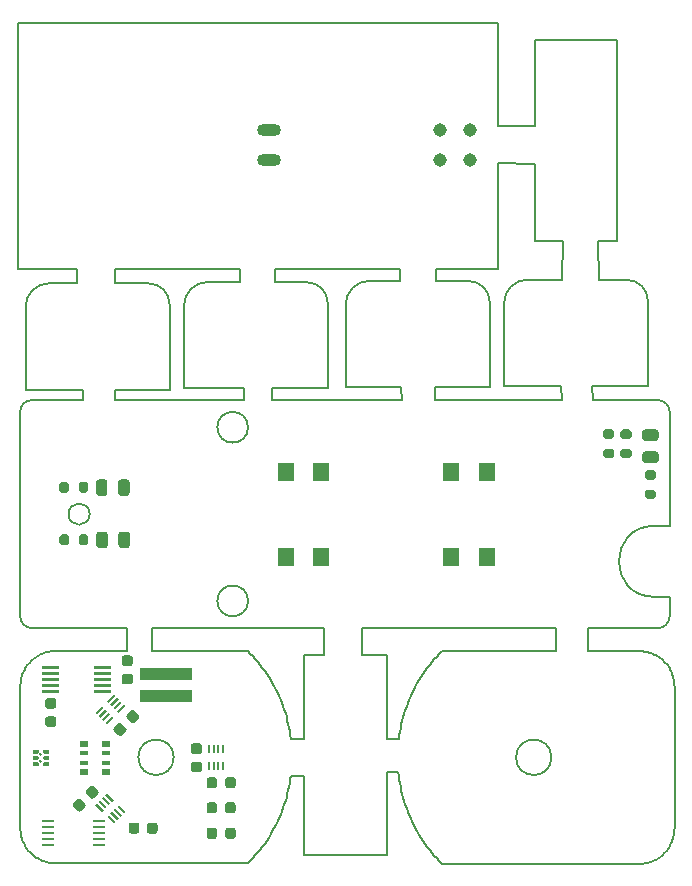
<source format=gbr>
%TF.GenerationSoftware,KiCad,Pcbnew,(5.1.10)-1*%
%TF.CreationDate,2021-10-06T18:17:39-05:00*%
%TF.ProjectId,BYTE_PANELkicad_pcb,42595445-5f50-4414-9e45-4c6b69636164,v2.2*%
%TF.SameCoordinates,Original*%
%TF.FileFunction,Paste,Bot*%
%TF.FilePolarity,Positive*%
%FSLAX46Y46*%
G04 Gerber Fmt 4.6, Leading zero omitted, Abs format (unit mm)*
G04 Created by KiCad (PCBNEW (5.1.10)-1) date 2021-10-06 18:17:39*
%MOMM*%
%LPD*%
G01*
G04 APERTURE LIST*
%TA.AperFunction,Profile*%
%ADD10C,0.200000*%
%TD*%
%ADD11C,0.100000*%
%ADD12R,1.400000X1.600000*%
%ADD13R,0.304800X0.203200*%
%ADD14R,4.400000X1.000000*%
%ADD15R,0.800000X0.500000*%
%ADD16R,0.800000X0.400000*%
%ADD17R,1.100000X0.250000*%
%ADD18R,0.200000X0.800000*%
%ADD19C,1.143000*%
%ADD20O,2.032000X1.016000*%
G04 APERTURE END LIST*
D10*
X168690379Y-96462228D02*
X169130379Y-96462228D01*
X148898100Y-64072180D02*
X148888100Y-65112180D01*
X151918100Y-64072180D02*
X151938100Y-65112180D01*
X145638100Y-94510004D02*
X145638100Y-96762180D01*
X142458100Y-96762180D02*
X142458100Y-94510004D01*
X145638100Y-96762180D02*
X147788100Y-96762180D01*
X162068100Y-94510004D02*
X145638100Y-94510004D01*
X147788100Y-96762180D02*
X147788100Y-103892180D01*
X140778100Y-103872180D02*
X140798100Y-96762180D01*
X157156100Y-55162180D02*
X160298100Y-55182180D01*
X160298100Y-51992180D02*
X157158100Y-51992180D01*
X160298100Y-61762180D02*
X160298100Y-55182180D01*
X157156100Y-43242180D02*
X157158100Y-51992180D01*
X162658100Y-61762180D02*
X162578100Y-65012180D01*
X165708100Y-65012180D02*
X165648100Y-61762180D01*
X167298100Y-61762180D02*
X165648100Y-61762180D01*
X168087294Y-65021970D02*
X165708100Y-65012180D01*
X154687294Y-65121970D02*
X151938100Y-65112180D01*
X157156100Y-64070180D02*
X151918100Y-64072180D01*
X162658100Y-61762180D02*
X160298100Y-61762180D01*
X160298100Y-51992180D02*
X160298100Y-44762180D01*
X160298100Y-44762180D02*
X167298100Y-44762180D01*
X167298100Y-44762180D02*
X167298100Y-61762180D01*
X147798100Y-106722180D02*
X147798100Y-113762180D01*
X140798100Y-96762180D02*
X142458100Y-96762180D01*
X140798100Y-113762180D02*
X140798100Y-107012180D01*
X147798100Y-113762180D02*
X140798100Y-113762180D01*
X138338100Y-65222180D02*
X138338100Y-64072180D01*
X135318100Y-64070180D02*
X135318100Y-65212180D01*
X135318100Y-65212180D02*
X132588100Y-65212180D01*
X148898100Y-64072180D02*
X138338100Y-64072180D01*
X124748100Y-64070180D02*
X124738100Y-65322180D01*
X121508100Y-65312180D02*
X121528100Y-64070180D01*
X135318100Y-64070180D02*
X124748100Y-64070180D01*
X127587294Y-65321970D02*
X124738100Y-65322180D01*
X162558100Y-74012180D02*
X162588100Y-75210004D01*
X165188100Y-75202180D02*
X165178100Y-74002180D01*
X165178100Y-74002180D02*
X169888100Y-74012180D01*
X165190000Y-75200004D02*
X170720000Y-75210004D01*
X151848100Y-74112180D02*
X151828100Y-75210004D01*
X149018100Y-75210004D02*
X149008100Y-74112180D01*
X151828100Y-75210004D02*
X162588100Y-75210004D01*
X151848100Y-74112180D02*
X156488100Y-74112180D01*
X138088100Y-74212180D02*
X138078100Y-75210004D01*
X135658100Y-74212180D02*
X135678100Y-75210004D01*
X138078100Y-75210004D02*
X149018100Y-75210004D01*
X130588100Y-74212180D02*
X135658100Y-74212180D01*
X122048100Y-75210004D02*
X122038100Y-74312180D01*
X124798100Y-75210004D02*
X124778100Y-74312180D01*
X124798100Y-75210004D02*
X135678100Y-75210004D01*
X124778100Y-74312180D02*
X129388100Y-74312180D01*
X169888100Y-74012180D02*
X169878310Y-66814500D01*
X157688100Y-74012180D02*
X157688100Y-67012180D01*
X157688100Y-74012180D02*
X162558100Y-74012180D01*
X157688100Y-67012180D02*
G75*
G02*
X159688100Y-65012180I2000000J0D01*
G01*
X168087294Y-65021969D02*
G75*
G02*
X169878309Y-66814499I806J-1790211D01*
G01*
X162578100Y-65012180D02*
X159688100Y-65012180D01*
X144288100Y-74112180D02*
X149008100Y-74112180D01*
X154687294Y-65121969D02*
G75*
G02*
X156478309Y-66914499I806J-1790211D01*
G01*
X156488100Y-74112180D02*
X156478310Y-66914500D01*
X148888100Y-65112180D02*
X146288100Y-65112180D01*
X144288100Y-67112180D02*
G75*
G02*
X146288100Y-65112180I2000000J0D01*
G01*
X144288100Y-74112180D02*
X144288100Y-67112180D01*
X138088100Y-74212180D02*
X142788100Y-74212180D01*
X140987294Y-65221969D02*
G75*
G02*
X142778309Y-67014499I806J-1790211D01*
G01*
X142788100Y-74212180D02*
X142778310Y-67014500D01*
X140985780Y-65221970D02*
X138338100Y-65222180D01*
X130588100Y-67212180D02*
G75*
G02*
X132588100Y-65212180I2000000J0D01*
G01*
X130588100Y-74212180D02*
X130588100Y-67212180D01*
X162068100Y-94510004D02*
X162068100Y-96462228D01*
X164768100Y-94510004D02*
X164768100Y-96462228D01*
X142458100Y-94510004D02*
X127868100Y-94510004D01*
X162068100Y-96462228D02*
X152439691Y-96462228D01*
X125768100Y-94510004D02*
X125768100Y-96442180D01*
X127868100Y-96442180D02*
X127868100Y-94510004D01*
X170720000Y-94510004D02*
X164768100Y-94510004D01*
X135996509Y-96442180D02*
X127868100Y-96442180D01*
X121508100Y-65312180D02*
X119188100Y-65312180D01*
X117188100Y-74312180D02*
X122038100Y-74312180D01*
X129388100Y-74312180D02*
X129378310Y-67114500D01*
X117188100Y-67312180D02*
G75*
G02*
X119188100Y-65312180I2000000J0D01*
G01*
X127587294Y-65321969D02*
G75*
G02*
X129378309Y-67114499I806J-1790211D01*
G01*
X117188100Y-74312180D02*
X117188100Y-67312180D01*
X149664215Y-100587209D02*
X149547799Y-100875525D01*
X149788569Y-100301830D02*
X149664215Y-100587209D01*
X151018880Y-98140002D02*
X150841610Y-98397203D01*
X148785800Y-103890832D02*
X147788100Y-103892180D01*
X147798100Y-106722180D02*
X148751404Y-106721733D01*
X149338778Y-101460413D02*
X149243528Y-101756746D01*
X150669631Y-98658399D02*
X150505589Y-98923432D01*
X148830779Y-103580469D02*
X148785800Y-103890832D01*
X151791463Y-97153663D02*
X151587734Y-97393613D01*
X148785800Y-107033576D02*
X148830779Y-107343939D01*
X149547799Y-100875525D02*
X149439320Y-101166646D01*
X150505589Y-98923432D02*
X150349485Y-99192195D01*
X149076841Y-102356449D02*
X149002758Y-102659582D01*
X149243528Y-101756746D02*
X149156216Y-102055460D01*
X151391942Y-97638088D02*
X151201443Y-97886928D01*
X168690379Y-96462228D02*
X164768100Y-96462228D01*
X169426712Y-96476886D02*
X169278545Y-96465906D01*
X151587734Y-97393613D02*
X151391942Y-97638088D01*
X152439691Y-96462228D02*
X152217441Y-96687838D01*
X149664215Y-110337199D02*
X149788569Y-110622578D01*
X149918215Y-110904914D02*
X150053152Y-111184049D01*
X149076841Y-108567959D02*
X149156216Y-108868948D01*
X149243528Y-109167662D02*
X149338778Y-109463995D01*
X149156216Y-108868948D02*
X149243528Y-109167662D01*
X149002758Y-108264826D02*
X149076841Y-108567959D01*
X150198673Y-111459851D02*
X150349485Y-111732213D01*
X149788569Y-110622578D02*
X149918215Y-110904914D01*
X170000857Y-114332508D02*
X170141086Y-114286523D01*
X148936612Y-102964707D02*
X148881050Y-103271716D01*
X169717753Y-114404025D02*
X169860628Y-114371719D01*
X170670252Y-114036598D02*
X170794606Y-113958149D01*
X149439320Y-109757762D02*
X149547799Y-110048883D01*
X149547799Y-110048883D02*
X149664215Y-110337199D01*
X170410961Y-114174552D02*
X170540606Y-114108776D01*
X169572233Y-114429319D02*
X169717753Y-114404025D01*
X149338778Y-109463995D02*
X149439320Y-109757762D01*
X170913668Y-113873536D02*
X171030085Y-113782810D01*
X169278545Y-114458502D02*
X169426712Y-114447522D01*
X148881050Y-107652692D02*
X148936612Y-107959701D01*
X150053152Y-111184049D02*
X150198673Y-111459851D01*
X172038146Y-112193460D02*
X172069896Y-112050188D01*
X148936612Y-107959701D02*
X149002758Y-108264826D01*
X149918215Y-100019494D02*
X149788569Y-100301830D01*
X170141086Y-96637885D02*
X170000857Y-96591900D01*
X152000483Y-96918369D02*
X151791463Y-97153663D01*
X148881050Y-103271716D02*
X148830779Y-103580469D01*
X150198673Y-99464557D02*
X150053152Y-99740359D01*
X169278545Y-96465906D02*
X169130379Y-96462228D01*
X152217441Y-96687838D02*
X152000483Y-96918369D01*
X172038146Y-98730948D02*
X171998459Y-98589713D01*
X150841610Y-98397203D02*
X150669631Y-98658399D01*
X171900563Y-98314150D02*
X171842355Y-98180351D01*
X151201443Y-97886928D02*
X151018880Y-98140002D01*
X150053152Y-99740359D02*
X149918215Y-100019494D01*
X148751404Y-106721733D02*
X148785800Y-107033576D01*
X149002758Y-102659582D02*
X148936612Y-102964707D01*
X149439320Y-101166646D02*
X149338778Y-101460413D01*
X150349485Y-99192195D02*
X150198673Y-99464557D01*
X170276023Y-96690563D02*
X170141086Y-96637885D01*
X148830779Y-107343939D02*
X148881050Y-107652692D01*
X149156216Y-102055460D02*
X149076841Y-102356449D01*
X172125459Y-99313454D02*
X172114875Y-99165711D01*
X170141086Y-114286523D02*
X170276023Y-114233845D01*
X152000483Y-114006039D02*
X152217441Y-114236570D01*
X151587734Y-113530795D02*
X151791463Y-113770745D01*
X151018880Y-112784406D02*
X151201443Y-113037480D01*
X171625397Y-113126591D02*
X171704772Y-113002476D01*
X171998459Y-112334695D02*
X172038146Y-112193460D01*
X171842355Y-112744057D02*
X171900563Y-112610258D01*
X150841610Y-112527205D02*
X151018880Y-112784406D01*
X150349485Y-111732213D02*
X150505589Y-112000976D01*
X169426712Y-114447522D02*
X169572233Y-114429319D01*
X170540606Y-114108776D02*
X170670252Y-114036598D01*
X150505589Y-112000976D02*
X150669631Y-112266009D01*
X172125459Y-111610954D02*
X172128104Y-111462206D01*
X161707278Y-105453754D02*
G75*
G03*
X161707278Y-105453754I-1500000J0D01*
G01*
X152217441Y-114236570D02*
X152439691Y-114462180D01*
X172096354Y-111905197D02*
X172114875Y-111758697D01*
X171030085Y-113782810D02*
X171143856Y-113686105D01*
X172069896Y-112050188D02*
X172096354Y-111905197D01*
X171540730Y-113247003D02*
X171625397Y-113126591D01*
X150669631Y-112266009D02*
X150841610Y-112527205D01*
X172114875Y-111758697D02*
X172125459Y-111610954D01*
X171776209Y-112874867D02*
X171842355Y-112744057D01*
X170276023Y-114233845D02*
X170410961Y-114174552D01*
X170670252Y-96887810D02*
X170540606Y-96815632D01*
X169572233Y-96495089D02*
X169426712Y-96476886D01*
X172128104Y-99462202D02*
X172125459Y-99313454D01*
X170410961Y-96749856D02*
X170276023Y-96690563D01*
X171450772Y-97560935D02*
X171352876Y-97448699D01*
X171704772Y-97921932D02*
X171625397Y-97797817D01*
X170913668Y-97050872D02*
X170794606Y-96966259D01*
X170000857Y-96591900D02*
X169860628Y-96552689D01*
X172114875Y-99165711D02*
X172096354Y-99019211D01*
X171625397Y-97797817D02*
X171540730Y-97677405D01*
X169717753Y-96520383D02*
X169572233Y-96495089D01*
X169130379Y-114462180D02*
X169278545Y-114458502D01*
X151391942Y-113286320D02*
X151587734Y-113530795D01*
X169860628Y-114371719D02*
X170000857Y-114332508D01*
X151791463Y-113770745D02*
X152000483Y-114006039D01*
X171900563Y-112610258D02*
X171953480Y-112473706D01*
X171450772Y-113363473D02*
X171540730Y-113247003D01*
X171143856Y-113686105D02*
X171249689Y-113583525D01*
X171953480Y-112473706D02*
X171998459Y-112334695D01*
X151201443Y-113037480D02*
X151391942Y-113286320D01*
X171352876Y-113475709D02*
X171450772Y-113363473D01*
X152439691Y-114462180D02*
X169130379Y-114462180D01*
X170794606Y-113958149D02*
X170913668Y-113873536D01*
X171704772Y-113002476D02*
X171776209Y-112874867D01*
X171249689Y-113583525D02*
X171352876Y-113475709D01*
X171842355Y-98180351D02*
X171776209Y-98049541D01*
X171143856Y-97238303D02*
X171030085Y-97141598D01*
X169860628Y-96552689D02*
X169717753Y-96520383D01*
X171776209Y-98049541D02*
X171704772Y-97921932D01*
X170794606Y-96966259D02*
X170670252Y-96887810D01*
X172069896Y-98874220D02*
X172038146Y-98730948D01*
X172128104Y-111462206D02*
X172128104Y-99462202D01*
X171352876Y-97448699D02*
X171249689Y-97340883D01*
X171249689Y-97340883D02*
X171143856Y-97238303D01*
X171030085Y-97141598D02*
X170913668Y-97050872D01*
X172096354Y-99019211D02*
X172069896Y-98874220D01*
X170540606Y-96815632D02*
X170410961Y-96749856D01*
X171998459Y-98589713D02*
X171953480Y-98450702D01*
X171540730Y-97677405D02*
X171450772Y-97560935D01*
X171953480Y-98450702D02*
X171900563Y-98314150D01*
X117720000Y-94510004D02*
G75*
G02*
X116720000Y-93510004I0J1000000D01*
G01*
X170720000Y-75210004D02*
G75*
G02*
X171720000Y-76210004I0J-1000000D01*
G01*
X170420000Y-91860004D02*
X171720000Y-91860004D01*
X125768100Y-94510004D02*
X117720000Y-94510004D01*
X116720000Y-76210004D02*
G75*
G02*
X117720000Y-75210004I1000000J0D01*
G01*
X122620000Y-84860004D02*
G75*
G03*
X122620000Y-84860004I-900000J0D01*
G01*
X136020001Y-77510004D02*
G75*
G03*
X136020001Y-77510004I-1300001J0D01*
G01*
X170420000Y-91860004D02*
G75*
G02*
X170420000Y-85860004I0J3000000D01*
G01*
X136020001Y-92210004D02*
G75*
G03*
X136020001Y-92210004I-1300001J0D01*
G01*
X171720000Y-91860004D02*
X171720000Y-93510004D01*
X171720000Y-93510004D02*
G75*
G02*
X170720000Y-94510004I-1000000J0D01*
G01*
X116720000Y-93510004D02*
X116720000Y-76210004D01*
X171720000Y-85860004D02*
X170420000Y-85860004D01*
X117720000Y-75210004D02*
X122048100Y-75210004D01*
X171720000Y-76210004D02*
X171720000Y-85860004D01*
X116748096Y-99442154D02*
X116748096Y-111442158D01*
X116806304Y-112030140D02*
X116838054Y-112173412D01*
X118081594Y-113938101D02*
X118205948Y-114016550D01*
X119015572Y-114351671D02*
X119158447Y-114383977D01*
X117099991Y-112854819D02*
X117171428Y-112982428D01*
X117732344Y-113666057D02*
X117846115Y-113762762D01*
X117033845Y-112724009D02*
X117099991Y-112854819D01*
X117962532Y-113853488D02*
X118081594Y-113938101D01*
X116761325Y-111738649D02*
X116779846Y-111885149D01*
X117250803Y-113106543D02*
X117335470Y-113226955D01*
X119158447Y-114383977D02*
X119303967Y-114409271D01*
X118205948Y-114016550D02*
X118335594Y-114088728D01*
X117171428Y-112982428D02*
X117250803Y-113106543D01*
X118875343Y-114312460D02*
X119015572Y-114351671D01*
X117425428Y-113343425D02*
X117523324Y-113455661D01*
X118465239Y-114154504D02*
X118600177Y-114213797D01*
X116748096Y-111442158D02*
X116750741Y-111590906D01*
X119303967Y-114409271D02*
X119449488Y-114427474D01*
X116922720Y-112453658D02*
X116975637Y-112590210D01*
X117335470Y-113226955D02*
X117425428Y-113343425D01*
X116877741Y-112314647D02*
X116922720Y-112453658D01*
X118335594Y-114088728D02*
X118465239Y-114154504D01*
X116779846Y-111885149D02*
X116806304Y-112030140D01*
X117846115Y-113762762D02*
X117962532Y-113853488D01*
X117626511Y-113563477D02*
X117732344Y-113666057D01*
X117523324Y-113455661D02*
X117626511Y-113563477D01*
X116750741Y-111590906D02*
X116761325Y-111738649D01*
X116975637Y-112590210D02*
X117033845Y-112724009D01*
X118735114Y-114266475D02*
X118875343Y-114312460D01*
X116838054Y-112173412D02*
X116877741Y-112314647D01*
X118600177Y-114213797D02*
X118735114Y-114266475D01*
X119597655Y-114438454D02*
X119745821Y-114442132D01*
X139555150Y-107632644D02*
X139605421Y-107323891D01*
X136218759Y-114216522D02*
X136435717Y-113985991D01*
X136435717Y-113985991D02*
X136644737Y-113750697D01*
X137234757Y-113017432D02*
X137417320Y-112764358D01*
X137594590Y-112507157D02*
X137766569Y-112245961D01*
X138086715Y-111712165D02*
X138237527Y-111439803D01*
X138237527Y-111439803D02*
X138383048Y-111164001D01*
X138517985Y-110884866D02*
X138647631Y-110602530D01*
X139279984Y-108848900D02*
X139359359Y-108547911D01*
X138996880Y-109737714D02*
X139097422Y-109443947D01*
X139433442Y-108244778D02*
X139499588Y-107939653D01*
X139605421Y-103560421D02*
X139555150Y-103251668D01*
X140778100Y-103872180D02*
X139650400Y-103870784D01*
X138383048Y-111164001D02*
X138517985Y-110884866D01*
X139097422Y-109443947D02*
X139192672Y-109147614D01*
X139650400Y-107013528D02*
X140798100Y-107012180D01*
X139359359Y-108547911D02*
X139433442Y-108244778D01*
X135996509Y-114442132D02*
X136218759Y-114216522D01*
X136644737Y-113750697D02*
X136848466Y-113510747D01*
X136848466Y-113510747D02*
X137044258Y-113266272D01*
X137417320Y-112764358D02*
X137594590Y-112507157D01*
X138647631Y-110602530D02*
X138771985Y-110317151D01*
X138771985Y-110317151D02*
X138888401Y-110028835D01*
X119449488Y-114427474D02*
X119597655Y-114438454D01*
X119745821Y-114442132D02*
X135996509Y-114442132D01*
X137044258Y-113266272D02*
X137234757Y-113017432D01*
X137930611Y-111980928D02*
X138086715Y-111712165D01*
X139192672Y-109147614D02*
X139279984Y-108848900D01*
X139650400Y-103870784D02*
X139605421Y-103560421D01*
X138888401Y-110028835D02*
X138996880Y-109737714D01*
X139605421Y-107323891D02*
X139650400Y-107013528D01*
X137766569Y-112245961D02*
X137930611Y-111980928D01*
X139499588Y-107939653D02*
X139555150Y-107632644D01*
X139279984Y-102035412D02*
X139192672Y-101736698D01*
X138647631Y-100281782D02*
X138517985Y-99999446D01*
X138237527Y-99444509D02*
X138086715Y-99172147D01*
X139555150Y-103251668D02*
X139499588Y-102944659D01*
X139499588Y-102944659D02*
X139433442Y-102639534D01*
X139433442Y-102639534D02*
X139359359Y-102336401D01*
X138996880Y-101146598D02*
X138888401Y-100855477D01*
X138771985Y-100567161D02*
X138647631Y-100281782D01*
X139192672Y-101736698D02*
X139097422Y-101440365D01*
X139359359Y-102336401D02*
X139279984Y-102035412D01*
X139097422Y-101440365D02*
X138996880Y-101146598D01*
X138888401Y-100855477D02*
X138771985Y-100567161D01*
X138383048Y-99720311D02*
X138237527Y-99444509D01*
X138517985Y-99999446D02*
X138383048Y-99720311D01*
X116838054Y-98710900D02*
X116806304Y-98854172D01*
X119597655Y-96445858D02*
X119449488Y-96456838D01*
X117962532Y-97030824D02*
X117846115Y-97121550D01*
X119303967Y-96475041D02*
X119158447Y-96500335D01*
X118465239Y-96729808D02*
X118335594Y-96795584D01*
X118205948Y-96867762D02*
X118081594Y-96946211D01*
X119158447Y-96500335D02*
X119015572Y-96532641D01*
X118875343Y-96571852D02*
X118735114Y-96617837D01*
X116806304Y-98854172D02*
X116779846Y-98999163D01*
X138086715Y-99172147D02*
X137930611Y-98903384D01*
X136218759Y-96667790D02*
X135996509Y-96442180D01*
X137930611Y-98903384D02*
X137766569Y-98638351D01*
X137766569Y-98638351D02*
X137594590Y-98377155D01*
X118600177Y-96670515D02*
X118465239Y-96729808D01*
X137594590Y-98377155D02*
X137417320Y-98119954D01*
X137417320Y-98119954D02*
X137234757Y-97866880D01*
X116750741Y-99293406D02*
X116748096Y-99442154D01*
X136848466Y-97373565D02*
X136644737Y-97133615D01*
X117335470Y-97657357D02*
X117250803Y-97777769D01*
X117250803Y-97777769D02*
X117171428Y-97901884D01*
X117099991Y-98029493D02*
X117033845Y-98160303D01*
X116761325Y-99145663D02*
X116750741Y-99293406D01*
X136435717Y-96898321D02*
X136218759Y-96667790D01*
X118735114Y-96617837D02*
X118600177Y-96670515D01*
X118335594Y-96795584D02*
X118205948Y-96867762D01*
X117846115Y-97121550D02*
X117732344Y-97218255D01*
X116779846Y-98999163D02*
X116761325Y-99145663D01*
X129728922Y-105450606D02*
G75*
G03*
X129728922Y-105450606I-1500000J0D01*
G01*
X119449488Y-96456838D02*
X119303967Y-96475041D01*
X117033845Y-98160303D02*
X116975637Y-98294102D01*
X116877741Y-98569665D02*
X116838054Y-98710900D01*
X117732344Y-97218255D02*
X117626511Y-97320835D01*
X117523324Y-97428651D02*
X117425428Y-97540887D01*
X117425428Y-97540887D02*
X117335470Y-97657357D01*
X116975637Y-98294102D02*
X116922720Y-98430654D01*
X116922720Y-98430654D02*
X116877741Y-98569665D01*
X137234757Y-97866880D02*
X137044258Y-97618040D01*
X117171428Y-97901884D02*
X117099991Y-98029493D01*
X137044258Y-97618040D02*
X136848466Y-97373565D01*
X136644737Y-97133615D02*
X136435717Y-96898321D01*
X117626511Y-97320835D02*
X117523324Y-97428651D01*
X118081594Y-96946211D02*
X117962532Y-97030824D01*
X125768100Y-96442180D02*
X119745821Y-96442180D01*
X119015572Y-96532641D02*
X118875343Y-96571852D01*
X119745821Y-96442180D02*
X119597655Y-96445858D01*
X116516100Y-43242180D02*
X157156100Y-43242180D01*
X116516100Y-64070180D02*
X116516100Y-43242180D01*
X121528100Y-64070180D02*
X116516100Y-64070180D01*
X157156100Y-55162180D02*
X157156100Y-64070180D01*
D11*
%TO.C,U3*%
G36*
X119047540Y-105369820D02*
G01*
X119047540Y-105573020D01*
X118730040Y-105573020D01*
X118628440Y-105471420D01*
X118730040Y-105369820D01*
X119047540Y-105369820D01*
G37*
X119047540Y-105369820D02*
X119047540Y-105573020D01*
X118730040Y-105573020D01*
X118628440Y-105471420D01*
X118730040Y-105369820D01*
X119047540Y-105369820D01*
G36*
X119047540Y-104869440D02*
G01*
X119047540Y-105072640D01*
X118730040Y-105072640D01*
X118628440Y-104971040D01*
X118628440Y-104869440D01*
X119047540Y-104869440D01*
G37*
X119047540Y-104869440D02*
X119047540Y-105072640D01*
X118730040Y-105072640D01*
X118628440Y-104971040D01*
X118628440Y-104869440D01*
X119047540Y-104869440D01*
G36*
X117848660Y-104869440D02*
G01*
X117848660Y-105072640D01*
X118166160Y-105072640D01*
X118267760Y-104971040D01*
X118267760Y-104869440D01*
X117848660Y-104869440D01*
G37*
X117848660Y-104869440D02*
X117848660Y-105072640D01*
X118166160Y-105072640D01*
X118267760Y-104971040D01*
X118267760Y-104869440D01*
X117848660Y-104869440D01*
G36*
X117848660Y-105369820D02*
G01*
X117848660Y-105573020D01*
X118166160Y-105573020D01*
X118267760Y-105471420D01*
X118166160Y-105369820D01*
X117848660Y-105369820D01*
G37*
X117848660Y-105369820D02*
X117848660Y-105573020D01*
X118166160Y-105573020D01*
X118267760Y-105471420D01*
X118166160Y-105369820D01*
X117848660Y-105369820D01*
G36*
X117848660Y-106073400D02*
G01*
X117848660Y-105870200D01*
X118166160Y-105870200D01*
X118267760Y-105971800D01*
X118267760Y-106073400D01*
X117848660Y-106073400D01*
G37*
X117848660Y-106073400D02*
X117848660Y-105870200D01*
X118166160Y-105870200D01*
X118267760Y-105971800D01*
X118267760Y-106073400D01*
X117848660Y-106073400D01*
G36*
X119047540Y-106073400D02*
G01*
X119047540Y-105870200D01*
X118730040Y-105870200D01*
X118628440Y-105971800D01*
X118628440Y-106073400D01*
X119047540Y-106073400D01*
G37*
X119047540Y-106073400D02*
X119047540Y-105870200D01*
X118730040Y-105870200D01*
X118628440Y-105971800D01*
X118628440Y-106073400D01*
X119047540Y-106073400D01*
%TD*%
D12*
%TO.C,SW1*%
X142220000Y-81260004D03*
X142220000Y-88460004D03*
X139220000Y-81260004D03*
X139220000Y-88460004D03*
%TD*%
%TO.C,SW2*%
X156220000Y-81260004D03*
X156220000Y-88460004D03*
X153220000Y-81260004D03*
X153220000Y-88460004D03*
%TD*%
%TO.C,R12*%
G36*
G01*
X168305000Y-78495000D02*
X167755000Y-78495000D01*
G75*
G02*
X167555000Y-78295000I0J200000D01*
G01*
X167555000Y-77895000D01*
G75*
G02*
X167755000Y-77695000I200000J0D01*
G01*
X168305000Y-77695000D01*
G75*
G02*
X168505000Y-77895000I0J-200000D01*
G01*
X168505000Y-78295000D01*
G75*
G02*
X168305000Y-78495000I-200000J0D01*
G01*
G37*
G36*
G01*
X168305000Y-80145000D02*
X167755000Y-80145000D01*
G75*
G02*
X167555000Y-79945000I0J200000D01*
G01*
X167555000Y-79545000D01*
G75*
G02*
X167755000Y-79345000I200000J0D01*
G01*
X168305000Y-79345000D01*
G75*
G02*
X168505000Y-79545000I0J-200000D01*
G01*
X168505000Y-79945000D01*
G75*
G02*
X168305000Y-80145000I-200000J0D01*
G01*
G37*
%TD*%
%TO.C,R11*%
G36*
G01*
X166285000Y-79340000D02*
X166835000Y-79340000D01*
G75*
G02*
X167035000Y-79540000I0J-200000D01*
G01*
X167035000Y-79940000D01*
G75*
G02*
X166835000Y-80140000I-200000J0D01*
G01*
X166285000Y-80140000D01*
G75*
G02*
X166085000Y-79940000I0J200000D01*
G01*
X166085000Y-79540000D01*
G75*
G02*
X166285000Y-79340000I200000J0D01*
G01*
G37*
G36*
G01*
X166285000Y-77690000D02*
X166835000Y-77690000D01*
G75*
G02*
X167035000Y-77890000I0J-200000D01*
G01*
X167035000Y-78290000D01*
G75*
G02*
X166835000Y-78490000I-200000J0D01*
G01*
X166285000Y-78490000D01*
G75*
G02*
X166085000Y-78290000I0J200000D01*
G01*
X166085000Y-77890000D01*
G75*
G02*
X166285000Y-77690000I200000J0D01*
G01*
G37*
%TD*%
%TO.C,R6*%
G36*
G01*
X121685000Y-82855000D02*
X121685000Y-82305000D01*
G75*
G02*
X121885000Y-82105000I200000J0D01*
G01*
X122285000Y-82105000D01*
G75*
G02*
X122485000Y-82305000I0J-200000D01*
G01*
X122485000Y-82855000D01*
G75*
G02*
X122285000Y-83055000I-200000J0D01*
G01*
X121885000Y-83055000D01*
G75*
G02*
X121685000Y-82855000I0J200000D01*
G01*
G37*
G36*
G01*
X120035000Y-82855000D02*
X120035000Y-82305000D01*
G75*
G02*
X120235000Y-82105000I200000J0D01*
G01*
X120635000Y-82105000D01*
G75*
G02*
X120835000Y-82305000I0J-200000D01*
G01*
X120835000Y-82855000D01*
G75*
G02*
X120635000Y-83055000I-200000J0D01*
G01*
X120235000Y-83055000D01*
G75*
G02*
X120035000Y-82855000I0J200000D01*
G01*
G37*
%TD*%
%TO.C,D3*%
G36*
G01*
X125020000Y-83076250D02*
X125020000Y-82163750D01*
G75*
G02*
X125263750Y-81920000I243750J0D01*
G01*
X125751250Y-81920000D01*
G75*
G02*
X125995000Y-82163750I0J-243750D01*
G01*
X125995000Y-83076250D01*
G75*
G02*
X125751250Y-83320000I-243750J0D01*
G01*
X125263750Y-83320000D01*
G75*
G02*
X125020000Y-83076250I0J243750D01*
G01*
G37*
G36*
G01*
X123145000Y-83076250D02*
X123145000Y-82163750D01*
G75*
G02*
X123388750Y-81920000I243750J0D01*
G01*
X123876250Y-81920000D01*
G75*
G02*
X124120000Y-82163750I0J-243750D01*
G01*
X124120000Y-83076250D01*
G75*
G02*
X123876250Y-83320000I-243750J0D01*
G01*
X123388750Y-83320000D01*
G75*
G02*
X123145000Y-83076250I0J243750D01*
G01*
G37*
%TD*%
%TO.C,R4*%
G36*
G01*
X121705000Y-87315000D02*
X121705000Y-86765000D01*
G75*
G02*
X121905000Y-86565000I200000J0D01*
G01*
X122305000Y-86565000D01*
G75*
G02*
X122505000Y-86765000I0J-200000D01*
G01*
X122505000Y-87315000D01*
G75*
G02*
X122305000Y-87515000I-200000J0D01*
G01*
X121905000Y-87515000D01*
G75*
G02*
X121705000Y-87315000I0J200000D01*
G01*
G37*
G36*
G01*
X120055000Y-87315000D02*
X120055000Y-86765000D01*
G75*
G02*
X120255000Y-86565000I200000J0D01*
G01*
X120655000Y-86565000D01*
G75*
G02*
X120855000Y-86765000I0J-200000D01*
G01*
X120855000Y-87315000D01*
G75*
G02*
X120655000Y-87515000I-200000J0D01*
G01*
X120255000Y-87515000D01*
G75*
G02*
X120055000Y-87315000I0J200000D01*
G01*
G37*
%TD*%
%TO.C,R1*%
G36*
G01*
X170365000Y-81945000D02*
X169815000Y-81945000D01*
G75*
G02*
X169615000Y-81745000I0J200000D01*
G01*
X169615000Y-81345000D01*
G75*
G02*
X169815000Y-81145000I200000J0D01*
G01*
X170365000Y-81145000D01*
G75*
G02*
X170565000Y-81345000I0J-200000D01*
G01*
X170565000Y-81745000D01*
G75*
G02*
X170365000Y-81945000I-200000J0D01*
G01*
G37*
G36*
G01*
X170365000Y-83595000D02*
X169815000Y-83595000D01*
G75*
G02*
X169615000Y-83395000I0J200000D01*
G01*
X169615000Y-82995000D01*
G75*
G02*
X169815000Y-82795000I200000J0D01*
G01*
X170365000Y-82795000D01*
G75*
G02*
X170565000Y-82995000I0J-200000D01*
G01*
X170565000Y-83395000D01*
G75*
G02*
X170365000Y-83595000I-200000J0D01*
G01*
G37*
%TD*%
%TO.C,D2*%
G36*
G01*
X125050000Y-87501250D02*
X125050000Y-86588750D01*
G75*
G02*
X125293750Y-86345000I243750J0D01*
G01*
X125781250Y-86345000D01*
G75*
G02*
X126025000Y-86588750I0J-243750D01*
G01*
X126025000Y-87501250D01*
G75*
G02*
X125781250Y-87745000I-243750J0D01*
G01*
X125293750Y-87745000D01*
G75*
G02*
X125050000Y-87501250I0J243750D01*
G01*
G37*
G36*
G01*
X123175000Y-87501250D02*
X123175000Y-86588750D01*
G75*
G02*
X123418750Y-86345000I243750J0D01*
G01*
X123906250Y-86345000D01*
G75*
G02*
X124150000Y-86588750I0J-243750D01*
G01*
X124150000Y-87501250D01*
G75*
G02*
X123906250Y-87745000I-243750J0D01*
G01*
X123418750Y-87745000D01*
G75*
G02*
X123175000Y-87501250I0J243750D01*
G01*
G37*
%TD*%
%TO.C,D1*%
G36*
G01*
X170546250Y-78660000D02*
X169633750Y-78660000D01*
G75*
G02*
X169390000Y-78416250I0J243750D01*
G01*
X169390000Y-77928750D01*
G75*
G02*
X169633750Y-77685000I243750J0D01*
G01*
X170546250Y-77685000D01*
G75*
G02*
X170790000Y-77928750I0J-243750D01*
G01*
X170790000Y-78416250D01*
G75*
G02*
X170546250Y-78660000I-243750J0D01*
G01*
G37*
G36*
G01*
X170546250Y-80535000D02*
X169633750Y-80535000D01*
G75*
G02*
X169390000Y-80291250I0J243750D01*
G01*
X169390000Y-79803750D01*
G75*
G02*
X169633750Y-79560000I243750J0D01*
G01*
X170546250Y-79560000D01*
G75*
G02*
X170790000Y-79803750I0J-243750D01*
G01*
X170790000Y-80291250D01*
G75*
G02*
X170546250Y-80535000I-243750J0D01*
G01*
G37*
%TD*%
D13*
%TO.C,U3*%
X118895140Y-104971040D03*
X118895140Y-105471420D03*
X118895140Y-105971800D03*
X118001060Y-105971800D03*
X118001060Y-105471420D03*
X118001060Y-104971040D03*
D11*
G36*
X118609745Y-105202180D02*
G01*
X118448100Y-105363825D01*
X118286455Y-105202180D01*
X118448100Y-105040535D01*
X118609745Y-105202180D01*
G37*
G36*
X118609745Y-105740660D02*
G01*
X118448100Y-105902305D01*
X118286455Y-105740660D01*
X118448100Y-105579015D01*
X118609745Y-105740660D01*
G37*
%TD*%
D14*
%TO.C,M1*%
X129078100Y-100222180D03*
X129078100Y-98422180D03*
%TD*%
%TO.C,D3*%
G36*
G01*
X133388100Y-111635930D02*
X133388100Y-112148430D01*
G75*
G02*
X133169350Y-112367180I-218750J0D01*
G01*
X132731850Y-112367180D01*
G75*
G02*
X132513100Y-112148430I0J218750D01*
G01*
X132513100Y-111635930D01*
G75*
G02*
X132731850Y-111417180I218750J0D01*
G01*
X133169350Y-111417180D01*
G75*
G02*
X133388100Y-111635930I0J-218750D01*
G01*
G37*
G36*
G01*
X134963100Y-111635930D02*
X134963100Y-112148430D01*
G75*
G02*
X134744350Y-112367180I-218750J0D01*
G01*
X134306850Y-112367180D01*
G75*
G02*
X134088100Y-112148430I0J218750D01*
G01*
X134088100Y-111635930D01*
G75*
G02*
X134306850Y-111417180I218750J0D01*
G01*
X134744350Y-111417180D01*
G75*
G02*
X134963100Y-111635930I0J-218750D01*
G01*
G37*
%TD*%
%TO.C,D2*%
G36*
G01*
X133395600Y-107355930D02*
X133395600Y-107868430D01*
G75*
G02*
X133176850Y-108087180I-218750J0D01*
G01*
X132739350Y-108087180D01*
G75*
G02*
X132520600Y-107868430I0J218750D01*
G01*
X132520600Y-107355930D01*
G75*
G02*
X132739350Y-107137180I218750J0D01*
G01*
X133176850Y-107137180D01*
G75*
G02*
X133395600Y-107355930I0J-218750D01*
G01*
G37*
G36*
G01*
X134970600Y-107355930D02*
X134970600Y-107868430D01*
G75*
G02*
X134751850Y-108087180I-218750J0D01*
G01*
X134314350Y-108087180D01*
G75*
G02*
X134095600Y-107868430I0J218750D01*
G01*
X134095600Y-107355930D01*
G75*
G02*
X134314350Y-107137180I218750J0D01*
G01*
X134751850Y-107137180D01*
G75*
G02*
X134970600Y-107355930I0J-218750D01*
G01*
G37*
%TD*%
%TO.C,D1*%
G36*
G01*
X134088100Y-109988430D02*
X134088100Y-109475930D01*
G75*
G02*
X134306850Y-109257180I218750J0D01*
G01*
X134744350Y-109257180D01*
G75*
G02*
X134963100Y-109475930I0J-218750D01*
G01*
X134963100Y-109988430D01*
G75*
G02*
X134744350Y-110207180I-218750J0D01*
G01*
X134306850Y-110207180D01*
G75*
G02*
X134088100Y-109988430I0J218750D01*
G01*
G37*
G36*
G01*
X132513100Y-109988430D02*
X132513100Y-109475930D01*
G75*
G02*
X132731850Y-109257180I218750J0D01*
G01*
X133169350Y-109257180D01*
G75*
G02*
X133388100Y-109475930I0J-218750D01*
G01*
X133388100Y-109988430D01*
G75*
G02*
X133169350Y-110207180I-218750J0D01*
G01*
X132731850Y-110207180D01*
G75*
G02*
X132513100Y-109988430I0J218750D01*
G01*
G37*
%TD*%
D15*
%TO.C,RN1*%
X123958100Y-104302180D03*
D16*
X123958100Y-105102180D03*
D15*
X123958100Y-106702180D03*
D16*
X123958100Y-105902180D03*
D15*
X122158100Y-104302180D03*
D16*
X122158100Y-105902180D03*
X122158100Y-105102180D03*
D15*
X122158100Y-106702180D03*
%TD*%
D17*
%TO.C,U2*%
X123418100Y-112842180D03*
X123418100Y-112342180D03*
X123418100Y-111842180D03*
X123418100Y-111342180D03*
X123418100Y-110842180D03*
X119118100Y-110842180D03*
X119118100Y-111342180D03*
X119118100Y-111842180D03*
X119118100Y-112342180D03*
X119118100Y-112842180D03*
%TD*%
%TO.C,U1*%
G36*
G01*
X122973100Y-99937180D02*
X122973100Y-99787180D01*
G75*
G02*
X123048100Y-99712180I75000J0D01*
G01*
X124348100Y-99712180D01*
G75*
G02*
X124423100Y-99787180I0J-75000D01*
G01*
X124423100Y-99937180D01*
G75*
G02*
X124348100Y-100012180I-75000J0D01*
G01*
X123048100Y-100012180D01*
G75*
G02*
X122973100Y-99937180I0J75000D01*
G01*
G37*
G36*
G01*
X122973100Y-99437180D02*
X122973100Y-99287180D01*
G75*
G02*
X123048100Y-99212180I75000J0D01*
G01*
X124348100Y-99212180D01*
G75*
G02*
X124423100Y-99287180I0J-75000D01*
G01*
X124423100Y-99437180D01*
G75*
G02*
X124348100Y-99512180I-75000J0D01*
G01*
X123048100Y-99512180D01*
G75*
G02*
X122973100Y-99437180I0J75000D01*
G01*
G37*
G36*
G01*
X122973100Y-98937180D02*
X122973100Y-98787180D01*
G75*
G02*
X123048100Y-98712180I75000J0D01*
G01*
X124348100Y-98712180D01*
G75*
G02*
X124423100Y-98787180I0J-75000D01*
G01*
X124423100Y-98937180D01*
G75*
G02*
X124348100Y-99012180I-75000J0D01*
G01*
X123048100Y-99012180D01*
G75*
G02*
X122973100Y-98937180I0J75000D01*
G01*
G37*
G36*
G01*
X122973100Y-98437180D02*
X122973100Y-98287180D01*
G75*
G02*
X123048100Y-98212180I75000J0D01*
G01*
X124348100Y-98212180D01*
G75*
G02*
X124423100Y-98287180I0J-75000D01*
G01*
X124423100Y-98437180D01*
G75*
G02*
X124348100Y-98512180I-75000J0D01*
G01*
X123048100Y-98512180D01*
G75*
G02*
X122973100Y-98437180I0J75000D01*
G01*
G37*
G36*
G01*
X122973100Y-97937180D02*
X122973100Y-97787180D01*
G75*
G02*
X123048100Y-97712180I75000J0D01*
G01*
X124348100Y-97712180D01*
G75*
G02*
X124423100Y-97787180I0J-75000D01*
G01*
X124423100Y-97937180D01*
G75*
G02*
X124348100Y-98012180I-75000J0D01*
G01*
X123048100Y-98012180D01*
G75*
G02*
X122973100Y-97937180I0J75000D01*
G01*
G37*
G36*
G01*
X118573100Y-97937180D02*
X118573100Y-97787180D01*
G75*
G02*
X118648100Y-97712180I75000J0D01*
G01*
X119948100Y-97712180D01*
G75*
G02*
X120023100Y-97787180I0J-75000D01*
G01*
X120023100Y-97937180D01*
G75*
G02*
X119948100Y-98012180I-75000J0D01*
G01*
X118648100Y-98012180D01*
G75*
G02*
X118573100Y-97937180I0J75000D01*
G01*
G37*
G36*
G01*
X118573100Y-98437180D02*
X118573100Y-98287180D01*
G75*
G02*
X118648100Y-98212180I75000J0D01*
G01*
X119948100Y-98212180D01*
G75*
G02*
X120023100Y-98287180I0J-75000D01*
G01*
X120023100Y-98437180D01*
G75*
G02*
X119948100Y-98512180I-75000J0D01*
G01*
X118648100Y-98512180D01*
G75*
G02*
X118573100Y-98437180I0J75000D01*
G01*
G37*
G36*
G01*
X118573100Y-98937180D02*
X118573100Y-98787180D01*
G75*
G02*
X118648100Y-98712180I75000J0D01*
G01*
X119948100Y-98712180D01*
G75*
G02*
X120023100Y-98787180I0J-75000D01*
G01*
X120023100Y-98937180D01*
G75*
G02*
X119948100Y-99012180I-75000J0D01*
G01*
X118648100Y-99012180D01*
G75*
G02*
X118573100Y-98937180I0J75000D01*
G01*
G37*
G36*
G01*
X118573100Y-99437180D02*
X118573100Y-99287180D01*
G75*
G02*
X118648100Y-99212180I75000J0D01*
G01*
X119948100Y-99212180D01*
G75*
G02*
X120023100Y-99287180I0J-75000D01*
G01*
X120023100Y-99437180D01*
G75*
G02*
X119948100Y-99512180I-75000J0D01*
G01*
X118648100Y-99512180D01*
G75*
G02*
X118573100Y-99437180I0J75000D01*
G01*
G37*
G36*
G01*
X118573100Y-99937180D02*
X118573100Y-99787180D01*
G75*
G02*
X118648100Y-99712180I75000J0D01*
G01*
X119948100Y-99712180D01*
G75*
G02*
X120023100Y-99787180I0J-75000D01*
G01*
X120023100Y-99937180D01*
G75*
G02*
X119948100Y-100012180I-75000J0D01*
G01*
X118648100Y-100012180D01*
G75*
G02*
X118573100Y-99937180I0J75000D01*
G01*
G37*
%TD*%
%TO.C,C1*%
G36*
G01*
X127458100Y-111702180D02*
X127458100Y-111202180D01*
G75*
G02*
X127683100Y-110977180I225000J0D01*
G01*
X128133100Y-110977180D01*
G75*
G02*
X128358100Y-111202180I0J-225000D01*
G01*
X128358100Y-111702180D01*
G75*
G02*
X128133100Y-111927180I-225000J0D01*
G01*
X127683100Y-111927180D01*
G75*
G02*
X127458100Y-111702180I0J225000D01*
G01*
G37*
G36*
G01*
X125908100Y-111702180D02*
X125908100Y-111202180D01*
G75*
G02*
X126133100Y-110977180I225000J0D01*
G01*
X126583100Y-110977180D01*
G75*
G02*
X126808100Y-111202180I0J-225000D01*
G01*
X126808100Y-111702180D01*
G75*
G02*
X126583100Y-111927180I-225000J0D01*
G01*
X126133100Y-111927180D01*
G75*
G02*
X125908100Y-111702180I0J225000D01*
G01*
G37*
%TD*%
%TO.C,C7*%
G36*
G01*
X121849521Y-109007205D02*
X122203075Y-109360759D01*
G75*
G02*
X122203075Y-109678957I-159099J-159099D01*
G01*
X121884877Y-109997155D01*
G75*
G02*
X121566679Y-109997155I-159099J159099D01*
G01*
X121213125Y-109643601D01*
G75*
G02*
X121213125Y-109325403I159099J159099D01*
G01*
X121531323Y-109007205D01*
G75*
G02*
X121849521Y-109007205I159099J-159099D01*
G01*
G37*
G36*
G01*
X122945537Y-107911189D02*
X123299091Y-108264743D01*
G75*
G02*
X123299091Y-108582941I-159099J-159099D01*
G01*
X122980893Y-108901139D01*
G75*
G02*
X122662695Y-108901139I-159099J159099D01*
G01*
X122309141Y-108547585D01*
G75*
G02*
X122309141Y-108229387I159099J159099D01*
G01*
X122627339Y-107911189D01*
G75*
G02*
X122945537Y-107911189I159099J-159099D01*
G01*
G37*
%TD*%
%TO.C,C6*%
G36*
G01*
X131898100Y-105177180D02*
X131398100Y-105177180D01*
G75*
G02*
X131173100Y-104952180I0J225000D01*
G01*
X131173100Y-104502180D01*
G75*
G02*
X131398100Y-104277180I225000J0D01*
G01*
X131898100Y-104277180D01*
G75*
G02*
X132123100Y-104502180I0J-225000D01*
G01*
X132123100Y-104952180D01*
G75*
G02*
X131898100Y-105177180I-225000J0D01*
G01*
G37*
G36*
G01*
X131898100Y-106727180D02*
X131398100Y-106727180D01*
G75*
G02*
X131173100Y-106502180I0J225000D01*
G01*
X131173100Y-106052180D01*
G75*
G02*
X131398100Y-105827180I225000J0D01*
G01*
X131898100Y-105827180D01*
G75*
G02*
X132123100Y-106052180I0J-225000D01*
G01*
X132123100Y-106502180D01*
G75*
G02*
X131898100Y-106727180I-225000J0D01*
G01*
G37*
%TD*%
%TO.C,C3*%
G36*
G01*
X125321513Y-102605213D02*
X125675067Y-102958767D01*
G75*
G02*
X125675067Y-103276965I-159099J-159099D01*
G01*
X125356869Y-103595163D01*
G75*
G02*
X125038671Y-103595163I-159099J159099D01*
G01*
X124685117Y-103241609D01*
G75*
G02*
X124685117Y-102923411I159099J159099D01*
G01*
X125003315Y-102605213D01*
G75*
G02*
X125321513Y-102605213I159099J-159099D01*
G01*
G37*
G36*
G01*
X126417529Y-101509197D02*
X126771083Y-101862751D01*
G75*
G02*
X126771083Y-102180949I-159099J-159099D01*
G01*
X126452885Y-102499147D01*
G75*
G02*
X126134687Y-102499147I-159099J159099D01*
G01*
X125781133Y-102145593D01*
G75*
G02*
X125781133Y-101827395I159099J159099D01*
G01*
X126099331Y-101509197D01*
G75*
G02*
X126417529Y-101509197I159099J-159099D01*
G01*
G37*
%TD*%
D11*
%TO.C,U6*%
G36*
X124509521Y-109216494D02*
G01*
X123943836Y-108650809D01*
X124085257Y-108509388D01*
X124650942Y-109075073D01*
X124509521Y-109216494D01*
G37*
G36*
X124226679Y-109499337D02*
G01*
X123660994Y-108933652D01*
X123802415Y-108792231D01*
X124368100Y-109357916D01*
X124226679Y-109499337D01*
G37*
G36*
X123943836Y-109782180D02*
G01*
X123378151Y-109216495D01*
X123519572Y-109075074D01*
X124085257Y-109640759D01*
X123943836Y-109782180D01*
G37*
G36*
X123660993Y-110065022D02*
G01*
X123095308Y-109499337D01*
X123236729Y-109357916D01*
X123802414Y-109923601D01*
X123660993Y-110065022D01*
G37*
G36*
X124650943Y-111054972D02*
G01*
X124085258Y-110489287D01*
X124226679Y-110347866D01*
X124792364Y-110913551D01*
X124650943Y-111054972D01*
G37*
G36*
X124933785Y-110772129D02*
G01*
X124368100Y-110206444D01*
X124509521Y-110065023D01*
X125075206Y-110630708D01*
X124933785Y-110772129D01*
G37*
G36*
X125216628Y-110489286D02*
G01*
X124650943Y-109923601D01*
X124792364Y-109782180D01*
X125358049Y-110347865D01*
X125216628Y-110489286D01*
G37*
G36*
X125499471Y-110206444D02*
G01*
X124933786Y-109640759D01*
X125075207Y-109499338D01*
X125640892Y-110065023D01*
X125499471Y-110206444D01*
G37*
%TD*%
D18*
%TO.C,U5*%
X132698100Y-106172180D03*
X133098100Y-106172180D03*
X133498100Y-106172180D03*
X133898100Y-106172180D03*
X133898100Y-104772180D03*
X133498100Y-104772180D03*
X133098100Y-104772180D03*
X132698100Y-104772180D03*
%TD*%
D11*
%TO.C,U4*%
G36*
X124933786Y-101533601D02*
G01*
X125499471Y-100967916D01*
X125640892Y-101109337D01*
X125075207Y-101675022D01*
X124933786Y-101533601D01*
G37*
G36*
X124650943Y-101250759D02*
G01*
X125216628Y-100685074D01*
X125358049Y-100826495D01*
X124792364Y-101392180D01*
X124650943Y-101250759D01*
G37*
G36*
X124368100Y-100967916D02*
G01*
X124933785Y-100402231D01*
X125075206Y-100543652D01*
X124509521Y-101109337D01*
X124368100Y-100967916D01*
G37*
G36*
X124085258Y-100685073D02*
G01*
X124650943Y-100119388D01*
X124792364Y-100260809D01*
X124226679Y-100826494D01*
X124085258Y-100685073D01*
G37*
G36*
X123095308Y-101675023D02*
G01*
X123660993Y-101109338D01*
X123802414Y-101250759D01*
X123236729Y-101816444D01*
X123095308Y-101675023D01*
G37*
G36*
X123378151Y-101957865D02*
G01*
X123943836Y-101392180D01*
X124085257Y-101533601D01*
X123519572Y-102099286D01*
X123378151Y-101957865D01*
G37*
G36*
X123660994Y-102240708D02*
G01*
X124226679Y-101675023D01*
X124368100Y-101816444D01*
X123802415Y-102382129D01*
X123660994Y-102240708D01*
G37*
G36*
X123943836Y-102523551D02*
G01*
X124509521Y-101957866D01*
X124650942Y-102099287D01*
X124085257Y-102664972D01*
X123943836Y-102523551D01*
G37*
%TD*%
%TO.C,C5*%
G36*
G01*
X125548100Y-98376920D02*
X126048100Y-98376920D01*
G75*
G02*
X126273100Y-98601920I0J-225000D01*
G01*
X126273100Y-99051920D01*
G75*
G02*
X126048100Y-99276920I-225000J0D01*
G01*
X125548100Y-99276920D01*
G75*
G02*
X125323100Y-99051920I0J225000D01*
G01*
X125323100Y-98601920D01*
G75*
G02*
X125548100Y-98376920I225000J0D01*
G01*
G37*
G36*
G01*
X125548100Y-96826920D02*
X126048100Y-96826920D01*
G75*
G02*
X126273100Y-97051920I0J-225000D01*
G01*
X126273100Y-97501920D01*
G75*
G02*
X126048100Y-97726920I-225000J0D01*
G01*
X125548100Y-97726920D01*
G75*
G02*
X125323100Y-97501920I0J225000D01*
G01*
X125323100Y-97051920D01*
G75*
G02*
X125548100Y-96826920I225000J0D01*
G01*
G37*
%TD*%
%TO.C,C4*%
G36*
G01*
X119068100Y-101987180D02*
X119568100Y-101987180D01*
G75*
G02*
X119793100Y-102212180I0J-225000D01*
G01*
X119793100Y-102662180D01*
G75*
G02*
X119568100Y-102887180I-225000J0D01*
G01*
X119068100Y-102887180D01*
G75*
G02*
X118843100Y-102662180I0J225000D01*
G01*
X118843100Y-102212180D01*
G75*
G02*
X119068100Y-101987180I225000J0D01*
G01*
G37*
G36*
G01*
X119068100Y-100437180D02*
X119568100Y-100437180D01*
G75*
G02*
X119793100Y-100662180I0J-225000D01*
G01*
X119793100Y-101112180D01*
G75*
G02*
X119568100Y-101337180I-225000J0D01*
G01*
X119068100Y-101337180D01*
G75*
G02*
X118843100Y-101112180I0J225000D01*
G01*
X118843100Y-100662180D01*
G75*
G02*
X119068100Y-100437180I225000J0D01*
G01*
G37*
%TD*%
D19*
%TO.C,U1*%
X152254467Y-52378497D03*
X152254467Y-54918497D03*
X154794467Y-52378497D03*
X154794467Y-54918497D03*
D20*
X137790280Y-52367300D03*
X137790280Y-54917300D03*
%TD*%
M02*

</source>
